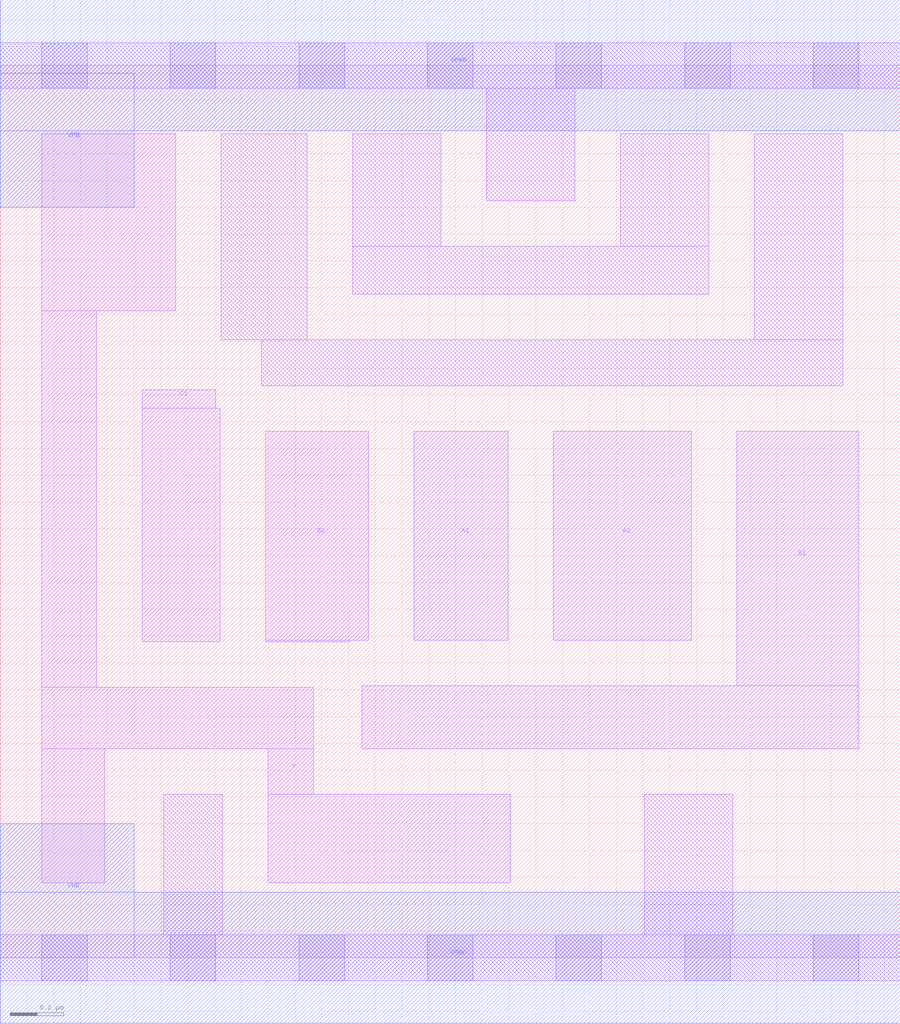
<source format=lef>
# Copyright 2020 The SkyWater PDK Authors
#
# Licensed under the Apache License, Version 2.0 (the "License");
# you may not use this file except in compliance with the License.
# You may obtain a copy of the License at
#
#     https://www.apache.org/licenses/LICENSE-2.0
#
# Unless required by applicable law or agreed to in writing, software
# distributed under the License is distributed on an "AS IS" BASIS,
# WITHOUT WARRANTIES OR CONDITIONS OF ANY KIND, either express or implied.
# See the License for the specific language governing permissions and
# limitations under the License.
#
# SPDX-License-Identifier: Apache-2.0

VERSION 5.5 ;
NAMESCASESENSITIVE ON ;
BUSBITCHARS "[]" ;
DIVIDERCHAR "/" ;
MACRO sky130_fd_sc_lp__a221oi_0
  CLASS CORE ;
  SOURCE USER ;
  ORIGIN  0.000000  0.000000 ;
  SIZE  3.360000 BY  3.330000 ;
  SYMMETRY X Y R90 ;
  SITE unit ;
  PIN A1
    ANTENNAGATEAREA  0.159000 ;
    DIRECTION INPUT ;
    USE SIGNAL ;
    PORT
      LAYER li1 ;
        RECT 1.545000 1.185000 1.895000 1.965000 ;
    END
  END A1
  PIN A2
    ANTENNAGATEAREA  0.159000 ;
    DIRECTION INPUT ;
    USE SIGNAL ;
    PORT
      LAYER li1 ;
        RECT 2.065000 1.185000 2.580000 1.965000 ;
    END
  END A2
  PIN B1
    ANTENNAGATEAREA  0.159000 ;
    DIRECTION INPUT ;
    USE SIGNAL ;
    PORT
      LAYER li1 ;
        RECT 1.350000 0.780000 3.205000 1.015000 ;
        RECT 2.750000 1.015000 3.205000 1.965000 ;
    END
  END B1
  PIN B2
    ANTENNAGATEAREA  0.159000 ;
    DIRECTION INPUT ;
    USE SIGNAL ;
    PORT
      LAYER li1 ;
        RECT 0.990000 1.180000 1.305000 1.185000 ;
        RECT 0.990000 1.185000 1.375000 1.965000 ;
    END
  END B2
  PIN C1
    ANTENNAGATEAREA  0.159000 ;
    DIRECTION INPUT ;
    USE SIGNAL ;
    PORT
      LAYER li1 ;
        RECT 0.530000 1.180000 0.820000 2.050000 ;
        RECT 0.530000 2.050000 0.805000 2.120000 ;
    END
  END C1
  PIN Y
    ANTENNADIFFAREA  0.432100 ;
    DIRECTION OUTPUT ;
    USE SIGNAL ;
    PORT
      LAYER li1 ;
        RECT 0.155000 0.280000 0.390000 0.780000 ;
        RECT 0.155000 0.780000 1.170000 1.010000 ;
        RECT 0.155000 1.010000 0.360000 2.415000 ;
        RECT 0.155000 2.415000 0.655000 3.075000 ;
        RECT 1.000000 0.280000 1.905000 0.610000 ;
        RECT 1.000000 0.610000 1.170000 0.780000 ;
    END
  END Y
  PIN VGND
    DIRECTION INOUT ;
    USE GROUND ;
    PORT
      LAYER met1 ;
        RECT 0.000000 -0.245000 3.360000 0.245000 ;
    END
  END VGND
  PIN VNB
    DIRECTION INOUT ;
    USE GROUND ;
    PORT
      LAYER met1 ;
        RECT 0.000000 0.000000 0.500000 0.500000 ;
    END
  END VNB
  PIN VPB
    DIRECTION INOUT ;
    USE POWER ;
    PORT
      LAYER met1 ;
        RECT 0.000000 2.800000 0.500000 3.300000 ;
    END
  END VPB
  PIN VPWR
    DIRECTION INOUT ;
    USE POWER ;
    PORT
      LAYER met1 ;
        RECT 0.000000 3.085000 3.360000 3.575000 ;
    END
  END VPWR
  OBS
    LAYER li1 ;
      RECT 0.000000 -0.085000 3.360000 0.085000 ;
      RECT 0.000000  3.245000 3.360000 3.415000 ;
      RECT 0.610000  0.085000 0.830000 0.610000 ;
      RECT 0.825000  2.305000 1.145000 3.075000 ;
      RECT 0.975000  2.135000 3.145000 2.305000 ;
      RECT 1.315000  2.475000 2.645000 2.655000 ;
      RECT 1.315000  2.655000 1.645000 3.075000 ;
      RECT 1.815000  2.825000 2.145000 3.245000 ;
      RECT 2.315000  2.655000 2.645000 3.075000 ;
      RECT 2.405000  0.085000 2.735000 0.610000 ;
      RECT 2.815000  2.305000 3.145000 3.075000 ;
    LAYER mcon ;
      RECT 0.155000 -0.085000 0.325000 0.085000 ;
      RECT 0.155000  3.245000 0.325000 3.415000 ;
      RECT 0.635000 -0.085000 0.805000 0.085000 ;
      RECT 0.635000  3.245000 0.805000 3.415000 ;
      RECT 1.115000 -0.085000 1.285000 0.085000 ;
      RECT 1.115000  3.245000 1.285000 3.415000 ;
      RECT 1.595000 -0.085000 1.765000 0.085000 ;
      RECT 1.595000  3.245000 1.765000 3.415000 ;
      RECT 2.075000 -0.085000 2.245000 0.085000 ;
      RECT 2.075000  3.245000 2.245000 3.415000 ;
      RECT 2.555000 -0.085000 2.725000 0.085000 ;
      RECT 2.555000  3.245000 2.725000 3.415000 ;
      RECT 3.035000 -0.085000 3.205000 0.085000 ;
      RECT 3.035000  3.245000 3.205000 3.415000 ;
  END
END sky130_fd_sc_lp__a221oi_0

</source>
